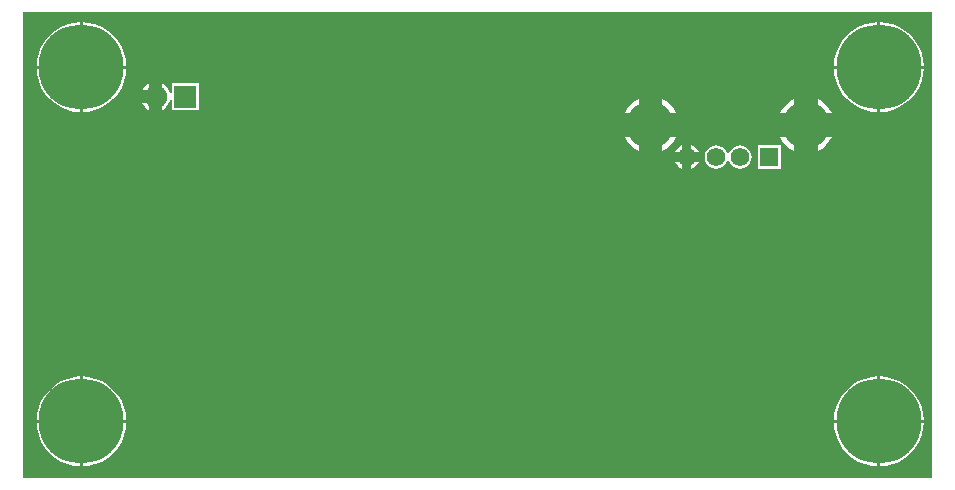
<source format=gbl>
G04*
G04 #@! TF.GenerationSoftware,Altium Limited,Altium Designer,19.1.6 (110)*
G04*
G04 Layer_Physical_Order=2*
G04 Layer_Color=16711680*
%FSLAX43Y43*%
%MOMM*%
G71*
G01*
G75*
%ADD62R,1.900X1.900*%
%ADD63C,1.900*%
%ADD64C,4.000*%
%ADD65C,1.570*%
%ADD66R,1.570X1.570*%
%ADD67C,7.200*%
%ADD68C,0.600*%
G36*
X127245Y60255D02*
X50255D01*
X50255Y99745D01*
X127245Y99745D01*
X127245Y60255D01*
D02*
G37*
%LPC*%
G36*
X122850Y98877D02*
Y95200D01*
X126527D01*
X126490Y95671D01*
X126350Y96253D01*
X126121Y96805D01*
X125809Y97315D01*
X125420Y97770D01*
X124965Y98159D01*
X124455Y98471D01*
X123903Y98700D01*
X123321Y98840D01*
X122850Y98877D01*
D02*
G37*
G36*
X122600D02*
X122129Y98840D01*
X121547Y98700D01*
X120994Y98471D01*
X120485Y98159D01*
X120030Y97770D01*
X119641Y97315D01*
X119329Y96805D01*
X119100Y96253D01*
X118960Y95671D01*
X118923Y95200D01*
X122600D01*
Y98877D01*
D02*
G37*
G36*
X55350D02*
Y95200D01*
X59027D01*
X58990Y95671D01*
X58850Y96253D01*
X58621Y96805D01*
X58309Y97315D01*
X57920Y97770D01*
X57465Y98159D01*
X56956Y98471D01*
X56403Y98700D01*
X55821Y98840D01*
X55350Y98877D01*
D02*
G37*
G36*
X55100D02*
X54629Y98840D01*
X54047Y98700D01*
X53494Y98471D01*
X52985Y98159D01*
X52530Y97770D01*
X52141Y97315D01*
X51829Y96805D01*
X51600Y96253D01*
X51460Y95671D01*
X51423Y95200D01*
X55100D01*
Y98877D01*
D02*
G37*
G36*
X60950Y93675D02*
X60870Y93642D01*
X60608Y93442D01*
X60408Y93180D01*
X60375Y93100D01*
X60950D01*
Y93675D01*
D02*
G37*
G36*
X65150Y93700D02*
X62850D01*
Y92845D01*
X62723Y92837D01*
X62718Y92876D01*
X62592Y93180D01*
X62392Y93442D01*
X62130Y93642D01*
X62050Y93675D01*
Y92550D01*
Y91425D01*
X62130Y91458D01*
X62392Y91658D01*
X62592Y91920D01*
X62718Y92224D01*
X62723Y92263D01*
X62850Y92255D01*
Y91400D01*
X65150D01*
Y93700D01*
D02*
G37*
G36*
X60950Y92000D02*
X60375D01*
X60408Y91920D01*
X60608Y91658D01*
X60870Y91458D01*
X60950Y91425D01*
Y92000D01*
D02*
G37*
G36*
X126527Y94950D02*
X122850D01*
Y91273D01*
X123321Y91310D01*
X123903Y91450D01*
X124455Y91679D01*
X124965Y91991D01*
X125420Y92380D01*
X125809Y92835D01*
X126121Y93344D01*
X126350Y93897D01*
X126490Y94479D01*
X126527Y94950D01*
D02*
G37*
G36*
X122600D02*
X118923D01*
X118960Y94479D01*
X119100Y93897D01*
X119329Y93344D01*
X119641Y92835D01*
X120030Y92380D01*
X120485Y91991D01*
X120994Y91679D01*
X121547Y91450D01*
X122129Y91310D01*
X122600Y91273D01*
Y94950D01*
D02*
G37*
G36*
X59027D02*
X55350D01*
Y91273D01*
X55821Y91310D01*
X56403Y91450D01*
X56956Y91679D01*
X57465Y91991D01*
X57920Y92380D01*
X58309Y92835D01*
X58621Y93344D01*
X58850Y93897D01*
X58990Y94479D01*
X59027Y94950D01*
D02*
G37*
G36*
X55100D02*
X51423D01*
X51460Y94479D01*
X51600Y93897D01*
X51829Y93344D01*
X52141Y92835D01*
X52530Y92380D01*
X52985Y91991D01*
X53494Y91679D01*
X54047Y91450D01*
X54629Y91310D01*
X55100Y91273D01*
Y94950D01*
D02*
G37*
G36*
X104405Y92362D02*
Y91175D01*
X105592D01*
X105410Y91515D01*
X105110Y91880D01*
X104745Y92180D01*
X104405Y92362D01*
D02*
G37*
G36*
X117545Y92362D02*
Y91175D01*
X118732D01*
X118550Y91515D01*
X118250Y91880D01*
X117885Y92180D01*
X117545Y92362D01*
D02*
G37*
G36*
X115545Y92362D02*
X115205Y92180D01*
X114840Y91880D01*
X114540Y91515D01*
X114358Y91175D01*
X115545D01*
Y92362D01*
D02*
G37*
G36*
X102405Y92362D02*
X102065Y92180D01*
X101700Y91880D01*
X101400Y91515D01*
X101218Y91175D01*
X102405D01*
Y92362D01*
D02*
G37*
G36*
X105592Y89175D02*
X104405D01*
Y87988D01*
X104745Y88170D01*
X105110Y88470D01*
X105410Y88835D01*
X105592Y89175D01*
D02*
G37*
G36*
X115545D02*
X114358D01*
X114540Y88835D01*
X114840Y88470D01*
X115205Y88170D01*
X115545Y87988D01*
Y89175D01*
D02*
G37*
G36*
X118732D02*
X117545D01*
Y87988D01*
X117885Y88170D01*
X118250Y88470D01*
X118550Y88835D01*
X118732Y89175D01*
D02*
G37*
G36*
X102405D02*
X101218D01*
X101400Y88835D01*
X101700Y88470D01*
X102065Y88170D01*
X102405Y87988D01*
Y89175D01*
D02*
G37*
G36*
X106875Y88474D02*
Y87865D01*
X107484D01*
X107423Y88012D01*
X107249Y88239D01*
X107022Y88413D01*
X106875Y88474D01*
D02*
G37*
G36*
X106075Y88474D02*
X105928Y88413D01*
X105701Y88239D01*
X105527Y88012D01*
X105466Y87865D01*
X106075D01*
Y88474D01*
D02*
G37*
G36*
X110975Y88459D02*
X110718Y88425D01*
X110478Y88325D01*
X110272Y88168D01*
X110115Y87962D01*
X110044Y87791D01*
X109906D01*
X109835Y87962D01*
X109678Y88168D01*
X109472Y88325D01*
X109232Y88425D01*
X108975Y88459D01*
X108718Y88425D01*
X108478Y88325D01*
X108272Y88168D01*
X108115Y87962D01*
X108015Y87722D01*
X107981Y87465D01*
X108015Y87208D01*
X108115Y86968D01*
X108272Y86762D01*
X108478Y86605D01*
X108718Y86505D01*
X108975Y86471D01*
X109232Y86505D01*
X109472Y86605D01*
X109678Y86762D01*
X109835Y86968D01*
X109906Y87139D01*
X110044D01*
X110115Y86968D01*
X110272Y86762D01*
X110478Y86605D01*
X110718Y86505D01*
X110975Y86471D01*
X111232Y86505D01*
X111472Y86605D01*
X111678Y86762D01*
X111835Y86968D01*
X111935Y87208D01*
X111968Y87465D01*
X111935Y87722D01*
X111835Y87962D01*
X111678Y88168D01*
X111472Y88325D01*
X111232Y88425D01*
X110975Y88459D01*
D02*
G37*
G36*
X114460Y88450D02*
X112490D01*
Y86480D01*
X114460D01*
Y88450D01*
D02*
G37*
G36*
X107484Y87065D02*
X106875D01*
Y86456D01*
X107022Y86517D01*
X107249Y86691D01*
X107423Y86918D01*
X107484Y87065D01*
D02*
G37*
G36*
X106075D02*
X105466D01*
X105527Y86918D01*
X105701Y86691D01*
X105928Y86517D01*
X106075Y86456D01*
Y87065D01*
D02*
G37*
G36*
X122850Y68877D02*
Y65200D01*
X126527D01*
X126490Y65671D01*
X126350Y66253D01*
X126121Y66805D01*
X125809Y67315D01*
X125420Y67770D01*
X124965Y68159D01*
X124455Y68471D01*
X123903Y68700D01*
X123321Y68840D01*
X122850Y68877D01*
D02*
G37*
G36*
X122600D02*
X122129Y68840D01*
X121547Y68700D01*
X120994Y68471D01*
X120485Y68159D01*
X120030Y67770D01*
X119641Y67315D01*
X119329Y66805D01*
X119100Y66253D01*
X118960Y65671D01*
X118923Y65200D01*
X122600D01*
Y68877D01*
D02*
G37*
G36*
X55350D02*
Y65200D01*
X59027D01*
X58990Y65671D01*
X58850Y66253D01*
X58621Y66805D01*
X58309Y67315D01*
X57920Y67770D01*
X57465Y68159D01*
X56956Y68471D01*
X56403Y68700D01*
X55821Y68840D01*
X55350Y68877D01*
D02*
G37*
G36*
X55100D02*
X54629Y68840D01*
X54047Y68700D01*
X53494Y68471D01*
X52985Y68159D01*
X52530Y67770D01*
X52141Y67315D01*
X51829Y66805D01*
X51600Y66253D01*
X51460Y65671D01*
X51423Y65200D01*
X55100D01*
Y68877D01*
D02*
G37*
G36*
X126527Y64950D02*
X122850D01*
Y61273D01*
X123321Y61310D01*
X123903Y61450D01*
X124455Y61679D01*
X124965Y61991D01*
X125420Y62380D01*
X125809Y62835D01*
X126121Y63345D01*
X126350Y63897D01*
X126490Y64479D01*
X126527Y64950D01*
D02*
G37*
G36*
X122600D02*
X118923D01*
X118960Y64479D01*
X119100Y63897D01*
X119329Y63345D01*
X119641Y62835D01*
X120030Y62380D01*
X120485Y61991D01*
X120994Y61679D01*
X121547Y61450D01*
X122129Y61310D01*
X122600Y61273D01*
Y64950D01*
D02*
G37*
G36*
X59027D02*
X55350D01*
Y61273D01*
X55821Y61310D01*
X56403Y61450D01*
X56956Y61679D01*
X57465Y61991D01*
X57920Y62380D01*
X58309Y62835D01*
X58621Y63345D01*
X58850Y63897D01*
X58990Y64479D01*
X59027Y64950D01*
D02*
G37*
G36*
X55100D02*
X51423D01*
X51460Y64479D01*
X51600Y63897D01*
X51829Y63345D01*
X52141Y62835D01*
X52530Y62380D01*
X52985Y61991D01*
X53494Y61679D01*
X54047Y61450D01*
X54629Y61310D01*
X55100Y61273D01*
Y64950D01*
D02*
G37*
%LPD*%
D62*
X64000Y92550D02*
D03*
D63*
X61500D02*
D03*
D64*
X103405Y90175D02*
D03*
X116545D02*
D03*
D65*
X106475Y87465D02*
D03*
X108975D02*
D03*
X110975D02*
D03*
D66*
X113475D02*
D03*
D67*
X55225Y95075D02*
D03*
Y65075D02*
D03*
X122725Y95075D02*
D03*
Y65075D02*
D03*
D68*
X97150Y76375D02*
D03*
Y72975D02*
D03*
X96056Y73016D02*
D03*
X96625Y73525D02*
D03*
X96145Y74130D02*
D03*
X97137Y74137D02*
D03*
X96150Y76425D02*
D03*
X96600Y75800D02*
D03*
X97100Y75175D02*
D03*
X96100Y75175D02*
D03*
X107000Y83750D02*
D03*
X105500Y82000D02*
D03*
X106250Y80250D02*
D03*
X107500D02*
D03*
X109500D02*
D03*
X111250Y80500D02*
D03*
X96600Y74675D02*
D03*
X73775Y77550D02*
D03*
X72775Y76300D02*
D03*
X73775D02*
D03*
X74275Y76800D02*
D03*
X73275D02*
D03*
X72275D02*
D03*
X72775Y77550D02*
D03*
X72275Y78300D02*
D03*
X73275D02*
D03*
X74200Y78275D02*
D03*
X86000Y93000D02*
D03*
X79000D02*
D03*
Y91000D02*
D03*
X85000Y94000D02*
D03*
X83000D02*
D03*
X82000D02*
D03*
X80000D02*
D03*
Y92000D02*
D03*
Y90000D02*
D03*
X79000Y89000D02*
D03*
Y87000D02*
D03*
X86000Y91000D02*
D03*
Y89000D02*
D03*
Y87000D02*
D03*
X83000Y86000D02*
D03*
X82000D02*
D03*
X85000Y92000D02*
D03*
Y90000D02*
D03*
Y88000D02*
D03*
Y86000D02*
D03*
X80000D02*
D03*
Y88000D02*
D03*
X97325Y79600D02*
D03*
X94750Y79525D02*
D03*
X98475Y83975D02*
D03*
X93775Y84075D02*
D03*
X101350Y97550D02*
D03*
X94925Y88750D02*
D03*
X64275Y75575D02*
D03*
X62175Y74000D02*
D03*
X72500Y82500D02*
D03*
X110000Y72500D02*
D03*
Y67500D02*
D03*
Y62500D02*
D03*
X90000Y87500D02*
D03*
X95000Y92500D02*
D03*
X90000D02*
D03*
X77500D02*
D03*
X72500D02*
D03*
Y87500D02*
D03*
X82500Y72500D02*
D03*
X92500D02*
D03*
Y67500D02*
D03*
X97500D02*
D03*
Y62500D02*
D03*
X92500D02*
D03*
X87500D02*
D03*
X82500D02*
D03*
X77500D02*
D03*
X72500D02*
D03*
X67500D02*
D03*
Y67500D02*
D03*
X62500Y62500D02*
D03*
Y67500D02*
D03*
X52500Y72500D02*
D03*
X57500D02*
D03*
Y77500D02*
D03*
X52500D02*
D03*
Y82500D02*
D03*
X57500Y87500D02*
D03*
X52500D02*
D03*
X120000Y77500D02*
D03*
Y72500D02*
D03*
X125000D02*
D03*
Y77500D02*
D03*
Y82500D02*
D03*
Y87500D02*
D03*
X97500Y97500D02*
D03*
X90000D02*
D03*
X82500D02*
D03*
X75000D02*
D03*
X70000D02*
D03*
M02*

</source>
